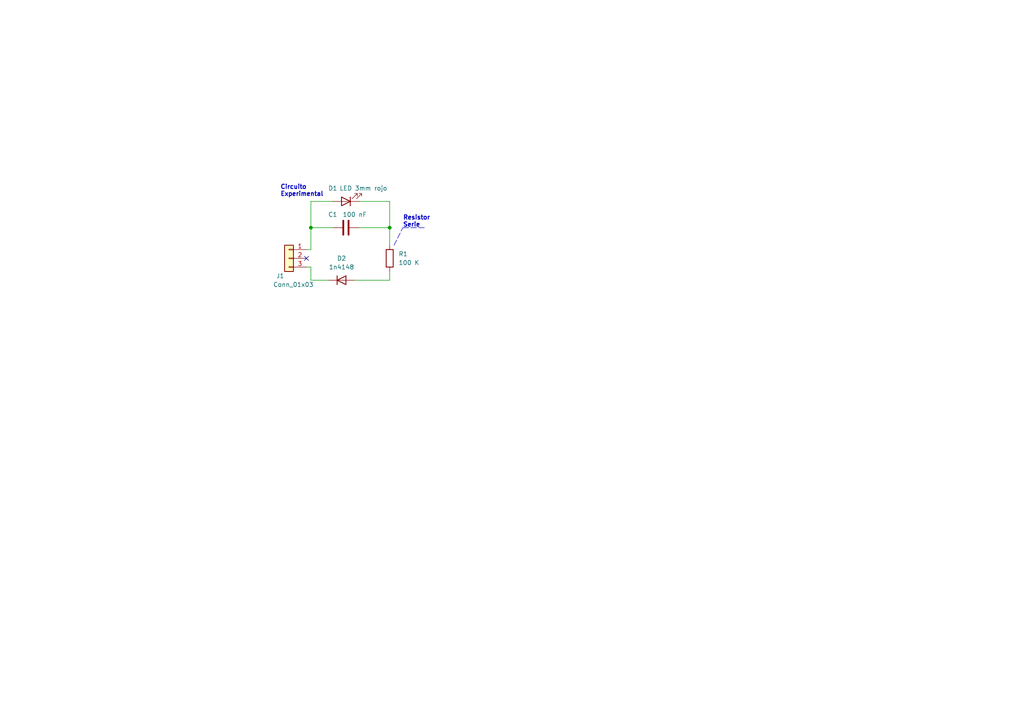
<source format=kicad_sch>
(kicad_sch (version 20211123) (generator eeschema)
  (paper "A4")
  (title_block (title "KiCad Tour para versión 6.0") (date "2022-06-13") (company "FIUBA / UNLaM / INTI"))
  (lib_symbols
    (symbol "Connector_Generic:Conn_01x03" (pin_names (offset 1.016) hide)
      (property "Reference" "J" (at 0 5.08 0))
      (property "Value" "Conn_01x03" (at 0 -5.08 0))
      (symbol "Conn_01x03_1_1"
        (rectangle (start -1.27 -2.413) (end 0 -2.667) (stroke (width 0.1524)))
        (rectangle (start -1.27 0.127) (end 0 -0.127) (stroke (width 0.1524)))
        (rectangle (start -1.27 2.667) (end 0 2.413) (stroke (width 0.1524)))
        (rectangle (start -1.27 3.81) (end 1.27 -3.81) (stroke (width 0.254)) (fill (type background)))
        (pin passive line (at -5.08 2.54 0) (length 3.81) (name "Pin_1") (number "1"))
        (pin passive line (at -5.08 0 0) (length 3.81) (name "Pin_2") (number "2"))
        (pin passive line (at -5.08 -2.54 0) (length 3.81) (name "Pin_3") (number "3"))
      )
    )
    (symbol "Device:C" (pin_numbers hide) (pin_names (offset 0.254))
      (property "Reference" "C" (at 0.635 2.54 0))
      (property "Value" "C" (at 0.635 -2.54 0))
      (symbol "C_0_1"
        (polyline (pts (xy -2.032 -0.762) (xy 2.032 -0.762)) (stroke (width 0.508)))
        (polyline (pts (xy -2.032 0.762) (xy 2.032 0.762)) (stroke (width 0.508)))
      )
      (symbol "C_1_1"
        (pin passive line (at 0 3.81 270) (length 2.794) (name "~") (number "1"))
        (pin passive line (at 0 -3.81 90) (length 2.794) (name "~") (number "2"))
      )
    )
    (symbol "Device:D" (pin_numbers hide) (pin_names (offset 1.016) hide)
      (property "Reference" "D" (at 0 2.54 0))
      (property "Value" "D" (at 0 -2.54 0))
      (symbol "D_0_1"
        (polyline (pts (xy -1.27 1.27) (xy -1.27 -1.27)) (stroke (width 0.254)))
        (polyline (pts (xy 1.27 0) (xy -1.27 0)))
        (polyline (pts (xy 1.27 1.27) (xy 1.27 -1.27) (xy -1.27 0) (xy 1.27 1.27)) (stroke (width 0.254)))
      )
      (symbol "D_1_1"
        (pin passive line (at -3.81 0 0) (length 2.54) (name "K") (number "1"))
        (pin passive line (at 3.81 0 180) (length 2.54) (name "A") (number "2"))
      )
    )
    (symbol "Device:LED" (pin_numbers hide) (pin_names (offset 1.016) hide)
      (property "Reference" "D" (at 0 2.54 0))
      (property "Value" "LED" (at 0 -2.54 0))
      (symbol "LED_0_1"
        (polyline (pts (xy -1.27 -1.27) (xy -1.27 1.27)) (stroke (width 0.254)))
        (polyline (pts (xy -1.27 0) (xy 1.27 0)))
        (polyline (pts (xy 1.27 -1.27) (xy 1.27 1.27) (xy -1.27 0) (xy 1.27 -1.27)) (stroke (width 0.254)))
        (polyline (pts (xy -3.048 -0.762) (xy -4.572 -2.286) (xy -3.81 -2.286) (xy -4.572 -2.286) (xy -4.572 -1.524)))
        (polyline (pts (xy -1.778 -0.762) (xy -3.302 -2.286) (xy -2.54 -2.286) (xy -3.302 -2.286) (xy -3.302 -1.524)))
      )
      (symbol "LED_1_1"
        (pin passive line (at -3.81 0 0) (length 2.54) (name "K") (number "1"))
        (pin passive line (at 3.81 0 180) (length 2.54) (name "A") (number "2"))
      )
    )
    (symbol "Device:R" (pin_numbers hide) (pin_names (offset 0))
      (property "Reference" "R" (at 2.032 0 90))
      (property "Value" "R" (at 0 0 90))
      (symbol "R_0_1"
        (rectangle (start -1.016 -2.54) (end 1.016 2.54) (stroke (width 0.254)))
      )
      (symbol "R_1_1"
        (pin passive line (at 0 3.81 270) (length 1.27) (name "~") (number "1"))
        (pin passive line (at 0 -3.81 90) (length 1.27) (name "~") (number "2"))
      )
    )
  )
  (junction (at 113.03 66.04))
  (junction (at 90.17 66.04))
  (no_connect (at 88.9 74.93))
  (wire (pts (xy 113.03 66.04) (xy 113.03 71.12)))
  (wire (pts (xy 90.17 66.04) (xy 96.52 66.04)))
  (wire (pts (xy 95.25 81.28) (xy 90.17 81.28)))
  (wire (pts (xy 88.9 72.39) (xy 90.17 72.39)))
  (polyline (pts (xy 114.3 71.12) (xy 116.84 66.04)))
  (wire (pts (xy 90.17 58.42) (xy 96.52 58.42)))
  (wire (pts (xy 104.14 58.42) (xy 113.03 58.42)))
  (polyline (pts (xy 116.84 66.04) (xy 123.19 66.04)))
  (wire (pts (xy 90.17 72.39) (xy 90.17 66.04)))
  (wire (pts (xy 90.17 66.04) (xy 90.17 58.42)))
  (wire (pts (xy 102.87 81.28) (xy 113.03 81.28)))
  (wire (pts (xy 104.14 66.04) (xy 113.03 66.04)))
  (wire (pts (xy 90.17 77.47) (xy 88.9 77.47)))
  (wire (pts (xy 113.03 81.28) (xy 113.03 78.74)))
  (wire (pts (xy 90.17 81.28) (xy 90.17 77.47)))
  (wire (pts (xy 113.03 58.42) (xy 113.03 66.04)))
  (text "Circuito\nExperimental" (at 81.28 57.15 0) (effects (font (size 1.27 1.27) (thickness 0.254) bold) (justify left bottom)))
  (text "Resistor\nSerie" (at 116.84 66.04 0) (effects (font (size 1.27 1.27) bold) (justify left bottom)))
  (symbol (lib_id "Device:R") (at 113.03 74.93 0) (unit 1)
    (property "Reference" "R1" (at 115.57 73.6599 0) (effects (justify left)))
    (property "Value" "100 K" (at 115.57 76.1999 0) (effects (justify left)))
    (property "Footprint" "Resistor_THT:R_Axial_DIN0207_L6.3mm_D2.5mm_P10.16mm_Horizontal" (effects hide))
  )
  (symbol (lib_id "Device:D") (at 99.06 81.28 0) (unit 1)
    (property "Reference" "D2" (at 99.06 74.93 0))
    (property "Value" "1n4148" (at 99.06 77.47 0))
    (property "Footprint" "Diode_THT:D_DO-34_SOD68_P7.62mm_Horizontal" (effects hide))
  )
  (symbol (lib_id "Connector_Generic:Conn_01x03") (at 83.82 74.93 0) (mirror y) (unit 1)
    (property "Reference" "J1" (at 81.28 80.01 0))
    (property "Value" "Conn_01x03" (at 85.09 82.55 0))
    (property "Footprint" "Connector_PinHeader_2.54mm:PinHeader_1x03_P2.54mm_Vertical" (effects hide))
  )
  (symbol (lib_id "Device:C") (at 100.33 66.04 90) (unit 1)
    (property "Reference" "C1" (at 96.52 62.23 90))
    (property "Value" "100 nF" (at 102.87 62.23 90))
    (property "Footprint" "Capacitor_THT:C_Disc_D4.3mm_W1.9mm_P5.00mm" (effects hide))
  )
  (symbol (lib_id "Device:LED") (at 100.33 58.42 180) (unit 1)
    (property "Reference" "D1" (at 96.52 54.61 0))
    (property "Value" "LED 3mm rojo" (at 105.41 54.61 0))
    (property "Footprint" "LED_THT:LED_D3.0mm" (effects hide))
  )
)
</source>
